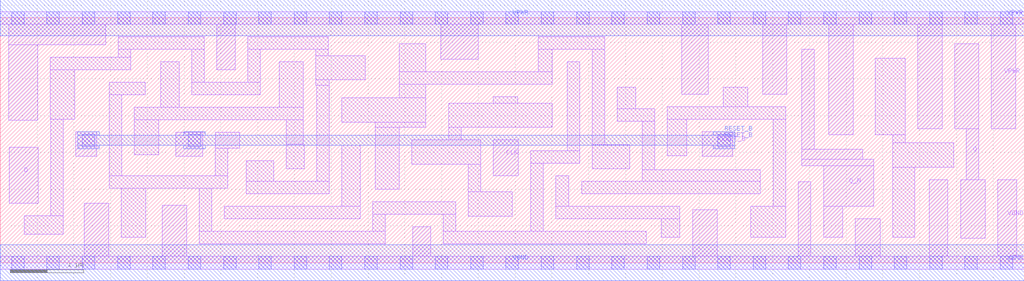
<source format=lef>
# Copyright 2020 The SkyWater PDK Authors
#
# Licensed under the Apache License, Version 2.0 (the "License");
# you may not use this file except in compliance with the License.
# You may obtain a copy of the License at
#
#     https://www.apache.org/licenses/LICENSE-2.0
#
# Unless required by applicable law or agreed to in writing, software
# distributed under the License is distributed on an "AS IS" BASIS,
# WITHOUT WARRANTIES OR CONDITIONS OF ANY KIND, either express or implied.
# See the License for the specific language governing permissions and
# limitations under the License.
#
# SPDX-License-Identifier: Apache-2.0

VERSION 5.7 ;
  NAMESCASESENSITIVE ON ;
  NOWIREEXTENSIONATPIN ON ;
  DIVIDERCHAR "/" ;
  BUSBITCHARS "[]" ;
UNITS
  DATABASE MICRONS 200 ;
END UNITS
MACRO sky130_fd_sc_hs__dfrbp_2
  CLASS CORE ;
  SOURCE USER ;
  FOREIGN sky130_fd_sc_hs__dfrbp_2 ;
  ORIGIN  0.000000  0.000000 ;
  SIZE  13.92000 BY  3.330000 ;
  SYMMETRY X Y R90 ;
  SITE unit ;
  PIN D
    ANTENNAGATEAREA  0.126000 ;
    DIRECTION INPUT ;
    USE SIGNAL ;
    PORT
      LAYER li1 ;
        RECT 0.125000 0.810000 0.515000 1.570000 ;
    END
  END D
  PIN Q
    ANTENNADIFFAREA  0.543200 ;
    DIRECTION OUTPUT ;
    USE SIGNAL ;
    PORT
      LAYER li1 ;
        RECT 12.975000 1.820000 13.305000 2.980000 ;
        RECT 13.060000 0.330000 13.390000 1.130000 ;
        RECT 13.135000 1.130000 13.305000 1.820000 ;
    END
  END Q
  PIN Q_N
    ANTENNADIFFAREA  0.543200 ;
    DIRECTION OUTPUT ;
    USE SIGNAL ;
    PORT
      LAYER li1 ;
        RECT 10.895000 1.320000 11.875000 1.410000 ;
        RECT 10.895000 1.410000 11.725000 1.540000 ;
        RECT 10.895000 1.540000 11.065000 2.900000 ;
        RECT 11.195000 0.350000 11.455000 0.770000 ;
        RECT 11.195000 0.770000 11.875000 1.320000 ;
    END
  END Q_N
  PIN RESET_B
    ANTENNAGATEAREA  0.378000 ;
    DIRECTION INPUT ;
    USE SIGNAL ;
    PORT
      LAYER li1 ;
        RECT 1.025000 1.450000 1.315000 1.780000 ;
        RECT 2.385000 1.445000 2.755000 1.775000 ;
        RECT 9.540000 1.450000 9.955000 1.780000 ;
      LAYER mcon ;
        RECT 1.115000 1.580000 1.285000 1.750000 ;
        RECT 2.555000 1.580000 2.725000 1.750000 ;
        RECT 9.755000 1.580000 9.925000 1.750000 ;
      LAYER met1 ;
        RECT 1.055000 1.550000 1.345000 1.595000 ;
        RECT 1.055000 1.595000 9.985000 1.735000 ;
        RECT 1.055000 1.735000 1.345000 1.780000 ;
        RECT 2.495000 1.550000 2.785000 1.595000 ;
        RECT 2.495000 1.735000 2.785000 1.780000 ;
        RECT 9.695000 1.550000 9.985000 1.595000 ;
        RECT 9.695000 1.735000 9.985000 1.780000 ;
    END
  END RESET_B
  PIN CLK
    ANTENNAGATEAREA  0.279000 ;
    DIRECTION INPUT ;
    USE CLOCK ;
    PORT
      LAYER li1 ;
        RECT 6.705000 1.180000 7.045000 1.670000 ;
    END
  END CLK
  PIN VGND
    DIRECTION INOUT ;
    USE GROUND ;
    PORT
      LAYER li1 ;
        RECT  0.000000 -0.085000 13.920000 0.085000 ;
        RECT  1.145000  0.085000  1.475000 0.810000 ;
        RECT  2.205000  0.085000  2.535000 0.780000 ;
        RECT  5.605000  0.085000  5.855000 0.490000 ;
        RECT  9.415000  0.085000  9.745000 0.720000 ;
        RECT 10.845000  0.085000 11.015000 1.100000 ;
        RECT 11.625000  0.085000 11.965000 0.600000 ;
        RECT 12.630000  0.085000 12.880000 1.130000 ;
        RECT 13.560000  0.085000 13.820000 1.130000 ;
      LAYER mcon ;
        RECT  0.155000 -0.085000  0.325000 0.085000 ;
        RECT  0.635000 -0.085000  0.805000 0.085000 ;
        RECT  1.115000 -0.085000  1.285000 0.085000 ;
        RECT  1.595000 -0.085000  1.765000 0.085000 ;
        RECT  2.075000 -0.085000  2.245000 0.085000 ;
        RECT  2.555000 -0.085000  2.725000 0.085000 ;
        RECT  3.035000 -0.085000  3.205000 0.085000 ;
        RECT  3.515000 -0.085000  3.685000 0.085000 ;
        RECT  3.995000 -0.085000  4.165000 0.085000 ;
        RECT  4.475000 -0.085000  4.645000 0.085000 ;
        RECT  4.955000 -0.085000  5.125000 0.085000 ;
        RECT  5.435000 -0.085000  5.605000 0.085000 ;
        RECT  5.915000 -0.085000  6.085000 0.085000 ;
        RECT  6.395000 -0.085000  6.565000 0.085000 ;
        RECT  6.875000 -0.085000  7.045000 0.085000 ;
        RECT  7.355000 -0.085000  7.525000 0.085000 ;
        RECT  7.835000 -0.085000  8.005000 0.085000 ;
        RECT  8.315000 -0.085000  8.485000 0.085000 ;
        RECT  8.795000 -0.085000  8.965000 0.085000 ;
        RECT  9.275000 -0.085000  9.445000 0.085000 ;
        RECT  9.755000 -0.085000  9.925000 0.085000 ;
        RECT 10.235000 -0.085000 10.405000 0.085000 ;
        RECT 10.715000 -0.085000 10.885000 0.085000 ;
        RECT 11.195000 -0.085000 11.365000 0.085000 ;
        RECT 11.675000 -0.085000 11.845000 0.085000 ;
        RECT 12.155000 -0.085000 12.325000 0.085000 ;
        RECT 12.635000 -0.085000 12.805000 0.085000 ;
        RECT 13.115000 -0.085000 13.285000 0.085000 ;
        RECT 13.595000 -0.085000 13.765000 0.085000 ;
      LAYER met1 ;
        RECT 0.000000 -0.245000 13.920000 0.245000 ;
    END
  END VGND
  PIN VPWR
    DIRECTION INOUT ;
    USE POWER ;
    PORT
      LAYER li1 ;
        RECT  0.000000 3.245000 13.920000 3.415000 ;
        RECT  0.115000 1.940000  0.510000 2.965000 ;
        RECT  0.115000 2.965000  1.435000 3.245000 ;
        RECT  2.945000 2.625000  3.195000 3.245000 ;
        RECT  5.990000 2.765000  6.500000 3.245000 ;
        RECT  9.265000 2.290000  9.625000 3.245000 ;
        RECT 10.365000 2.290000 10.695000 3.245000 ;
        RECT 11.265000 1.740000 11.595000 3.245000 ;
        RECT 12.475000 1.820000 12.805000 3.245000 ;
        RECT 13.475000 1.820000 13.805000 3.245000 ;
      LAYER mcon ;
        RECT  0.155000 3.245000  0.325000 3.415000 ;
        RECT  0.635000 3.245000  0.805000 3.415000 ;
        RECT  1.115000 3.245000  1.285000 3.415000 ;
        RECT  1.595000 3.245000  1.765000 3.415000 ;
        RECT  2.075000 3.245000  2.245000 3.415000 ;
        RECT  2.555000 3.245000  2.725000 3.415000 ;
        RECT  3.035000 3.245000  3.205000 3.415000 ;
        RECT  3.515000 3.245000  3.685000 3.415000 ;
        RECT  3.995000 3.245000  4.165000 3.415000 ;
        RECT  4.475000 3.245000  4.645000 3.415000 ;
        RECT  4.955000 3.245000  5.125000 3.415000 ;
        RECT  5.435000 3.245000  5.605000 3.415000 ;
        RECT  5.915000 3.245000  6.085000 3.415000 ;
        RECT  6.395000 3.245000  6.565000 3.415000 ;
        RECT  6.875000 3.245000  7.045000 3.415000 ;
        RECT  7.355000 3.245000  7.525000 3.415000 ;
        RECT  7.835000 3.245000  8.005000 3.415000 ;
        RECT  8.315000 3.245000  8.485000 3.415000 ;
        RECT  8.795000 3.245000  8.965000 3.415000 ;
        RECT  9.275000 3.245000  9.445000 3.415000 ;
        RECT  9.755000 3.245000  9.925000 3.415000 ;
        RECT 10.235000 3.245000 10.405000 3.415000 ;
        RECT 10.715000 3.245000 10.885000 3.415000 ;
        RECT 11.195000 3.245000 11.365000 3.415000 ;
        RECT 11.675000 3.245000 11.845000 3.415000 ;
        RECT 12.155000 3.245000 12.325000 3.415000 ;
        RECT 12.635000 3.245000 12.805000 3.415000 ;
        RECT 13.115000 3.245000 13.285000 3.415000 ;
        RECT 13.595000 3.245000 13.765000 3.415000 ;
      LAYER met1 ;
        RECT 0.000000 3.085000 13.920000 3.575000 ;
    END
  END VPWR
  OBS
    LAYER li1 ;
      RECT  0.325000 0.390000  0.855000 0.640000 ;
      RECT  0.680000 1.950000  1.010000 2.625000 ;
      RECT  0.680000 2.625000  1.775000 2.795000 ;
      RECT  0.685000 0.640000  0.855000 1.950000 ;
      RECT  1.485000 1.015000  3.095000 1.185000 ;
      RECT  1.485000 1.185000  1.655000 2.285000 ;
      RECT  1.485000 2.285000  1.970000 2.455000 ;
      RECT  1.605000 2.795000  1.775000 2.905000 ;
      RECT  1.605000 2.905000  2.775000 3.075000 ;
      RECT  1.645000 0.350000  1.975000 1.015000 ;
      RECT  1.825000 1.470000  2.155000 1.945000 ;
      RECT  1.825000 1.945000  4.120000 2.115000 ;
      RECT  2.185000 2.115000  2.435000 2.735000 ;
      RECT  2.605000 2.285000  3.535000 2.455000 ;
      RECT  2.605000 2.455000  2.775000 2.905000 ;
      RECT  2.705000 0.255000  5.235000 0.425000 ;
      RECT  2.705000 0.425000  2.875000 1.015000 ;
      RECT  2.925000 1.185000  3.095000 1.555000 ;
      RECT  2.925000 1.555000  3.255000 1.775000 ;
      RECT  3.045000 0.595000  4.895000 0.765000 ;
      RECT  3.345000 0.935000  4.475000 1.105000 ;
      RECT  3.345000 1.105000  3.715000 1.385000 ;
      RECT  3.365000 2.455000  3.535000 2.905000 ;
      RECT  3.365000 2.905000  4.460000 3.075000 ;
      RECT  3.790000 2.115000  4.120000 2.735000 ;
      RECT  3.885000 1.275000  4.135000 1.610000 ;
      RECT  3.885000 1.610000  4.120000 1.945000 ;
      RECT  4.290000 2.410000  4.475000 2.485000 ;
      RECT  4.290000 2.485000  4.960000 2.815000 ;
      RECT  4.290000 2.815000  4.460000 2.905000 ;
      RECT  4.305000 1.105000  4.475000 2.410000 ;
      RECT  4.645000 0.765000  4.895000 1.600000 ;
      RECT  4.645000 1.910000  5.785000 2.240000 ;
      RECT  5.065000 0.425000  5.235000 0.660000 ;
      RECT  5.065000 0.660000  6.195000 0.830000 ;
      RECT  5.095000 1.000000  5.425000 1.840000 ;
      RECT  5.095000 1.840000  5.785000 1.910000 ;
      RECT  5.425000 2.240000  5.785000 2.425000 ;
      RECT  5.425000 2.425000  7.505000 2.595000 ;
      RECT  5.425000 2.595000  5.785000 2.980000 ;
      RECT  5.595000 1.340000  6.535000 1.670000 ;
      RECT  6.025000 0.255000  8.780000 0.425000 ;
      RECT  6.025000 0.425000  6.195000 0.660000 ;
      RECT  6.095000 1.670000  6.265000 1.840000 ;
      RECT  6.095000 1.840000  7.505000 2.170000 ;
      RECT  6.365000 0.635000  6.960000 0.965000 ;
      RECT  6.365000 0.965000  6.535000 1.340000 ;
      RECT  6.705000 2.170000  7.035000 2.255000 ;
      RECT  7.215000 0.425000  7.385000 1.355000 ;
      RECT  7.215000 1.355000  7.880000 1.525000 ;
      RECT  7.315000 2.595000  7.505000 2.905000 ;
      RECT  7.315000 2.905000  8.220000 3.075000 ;
      RECT  7.555000 0.595000  9.235000 0.765000 ;
      RECT  7.555000 0.765000  7.725000 1.185000 ;
      RECT  7.710000 1.525000  7.880000 2.735000 ;
      RECT  7.905000 0.935000 10.335000 1.105000 ;
      RECT  8.050000 1.275000  8.555000 1.605000 ;
      RECT  8.050000 1.605000  8.220000 2.905000 ;
      RECT  8.390000 1.925000  8.895000 2.095000 ;
      RECT  8.390000 2.095000  8.640000 2.385000 ;
      RECT  8.725000 1.105000 10.335000 1.265000 ;
      RECT  8.725000 1.265000  8.895000 1.925000 ;
      RECT  8.985000 0.350000  9.235000 0.595000 ;
      RECT  9.065000 1.455000  9.330000 1.950000 ;
      RECT  9.065000 1.950000 10.675000 2.120000 ;
      RECT  9.830000 2.120000 10.160000 2.385000 ;
      RECT 10.205000 0.350000 10.675000 0.765000 ;
      RECT 10.505000 0.765000 10.675000 1.950000 ;
      RECT 11.895000 1.740000 12.305000 2.780000 ;
      RECT 12.135000 0.350000 12.430000 1.300000 ;
      RECT 12.135000 1.300000 12.965000 1.630000 ;
      RECT 12.135000 1.630000 12.305000 1.740000 ;
  END
END sky130_fd_sc_hs__dfrbp_2

</source>
